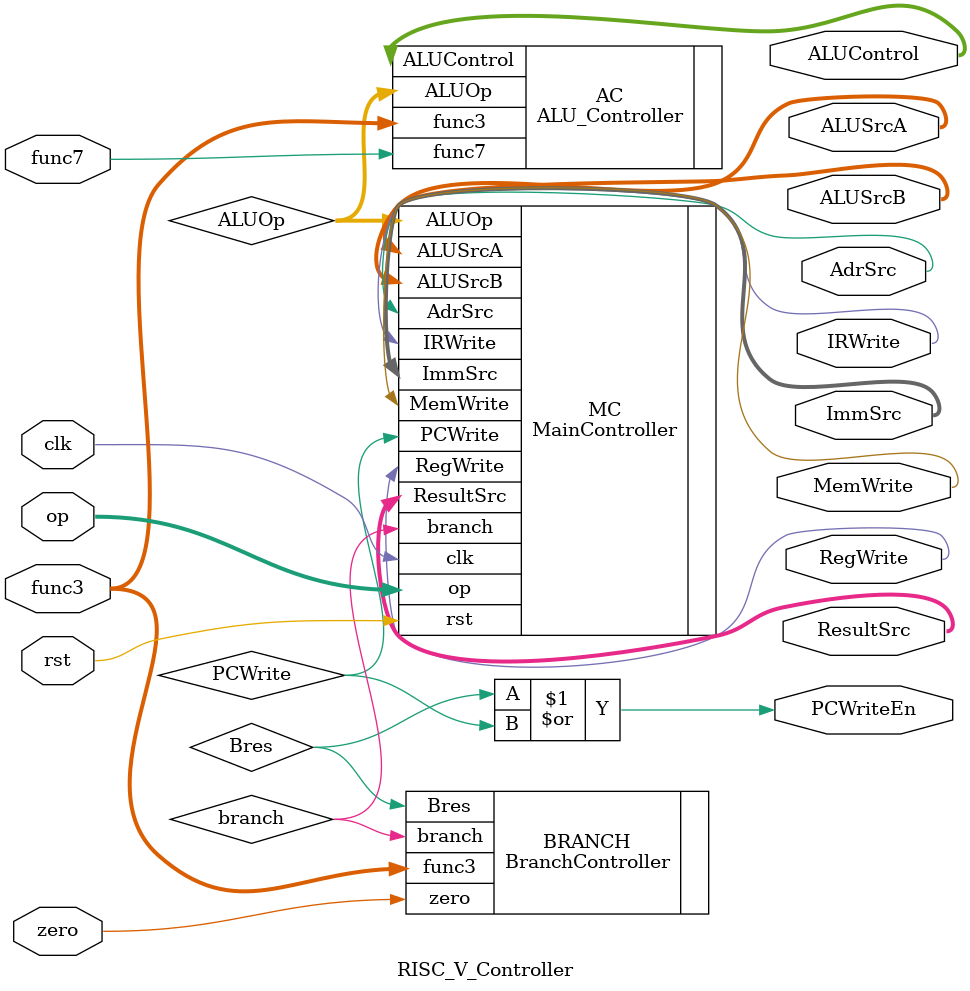
<source format=v>
module RISC_V_Controller(input clk, rst, func7, zero, input [6:0] op, input [2:0] func3, output PCWriteEn, AdrSrc, MemWrite, IRWrite, RegWrite,
                    output [1:0] ResultSrc, ALUSrcA, ALUSrcB, output [2:0] ALUControl, ImmSrc);

    wire [1:0] ALUOp;
    wire branch , Bres, PCWrite;

    MainController MC(.clk(clk), .rst(rst), .op(op), .PCWrite(PCWrite), .AdrSrc(AdrSrc), .MemWrite(MemWrite), .branch(branch),
                        .ResultSrc(ResultSrc), .ALUSrcA(ALUSrcA), .ALUSrcB(ALUSrcB), .ImmSrc(ImmSrc), .RegWrite(RegWrite), .IRWrite(IRWrite), .ALUOp(ALUOp));
    
    ALU_Controller AC(.func3(func3), .func7(func7), .ALUOp(ALUOp), .ALUControl(ALUControl));    
    
    BranchController BRANCH(.func3(func3), .branch(branch), .zero(zero), .Bres(Bres)); 
       
    assign PCWriteEn = Bres|  PCWrite;                             

endmodule

</source>
